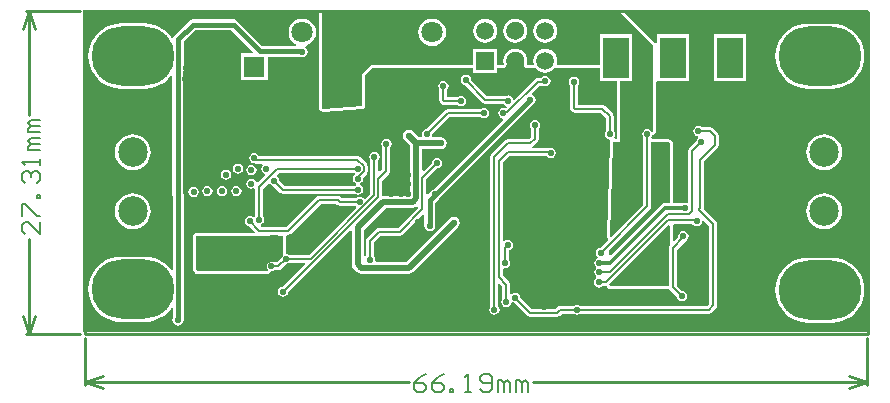
<source format=gbl>
G04*
G04 #@! TF.GenerationSoftware,Altium Limited,Altium Designer,20.2.6 (244)*
G04*
G04 Layer_Physical_Order=4*
G04 Layer_Color=16711680*
%FSLAX24Y24*%
%MOIN*%
G70*
G04*
G04 #@! TF.SameCoordinates,48E18934-7B2A-4FE3-B34A-5092B9B0F61A*
G04*
G04*
G04 #@! TF.FilePolarity,Positive*
G04*
G01*
G75*
%ADD12C,0.0100*%
%ADD23C,0.0060*%
%ADD68C,0.0197*%
%ADD69C,0.0150*%
%ADD70C,0.0126*%
%ADD72C,0.0709*%
%ADD73C,0.0984*%
%ADD74C,0.0591*%
%ADD75R,0.0591X0.0591*%
%ADD76O,0.2756X0.1969*%
%ADD77R,0.0866X0.1378*%
%ADD78C,0.0709*%
%ADD79R,0.0709X0.0709*%
%ADD80C,0.0220*%
G36*
X18950Y9600D02*
Y6747D01*
X18900Y6732D01*
X18873Y6773D01*
X18816Y6810D01*
X18750Y6823D01*
X18684Y6810D01*
X18627Y6773D01*
X18590Y6716D01*
X18577Y6650D01*
X18590Y6584D01*
X18617Y6542D01*
Y5900D01*
Y4305D01*
X17548Y3235D01*
X17502Y3255D01*
X17600Y6400D01*
X17850D01*
Y8411D01*
X18243D01*
Y9989D01*
X17177D01*
Y8950D01*
X15761D01*
X15736Y8986D01*
X15736Y9000D01*
X15749Y9100D01*
X15735Y9203D01*
X15695Y9299D01*
X15632Y9382D01*
X15549Y9445D01*
X15453Y9485D01*
X15350Y9499D01*
X15247Y9485D01*
X15151Y9445D01*
X15068Y9382D01*
X15005Y9299D01*
X14965Y9203D01*
X14951Y9100D01*
X14964Y9000D01*
X14964Y8986D01*
X14939Y8950D01*
X14761D01*
X14736Y8986D01*
X14736Y9000D01*
X14749Y9100D01*
X14735Y9203D01*
X14695Y9299D01*
X14632Y9382D01*
X14549Y9445D01*
X14453Y9485D01*
X14350Y9499D01*
X14247Y9485D01*
X14151Y9445D01*
X14068Y9382D01*
X14005Y9299D01*
X13965Y9203D01*
X13951Y9100D01*
X13964Y9000D01*
X13964Y8986D01*
X13939Y8950D01*
X13745D01*
Y9495D01*
X12955D01*
Y8950D01*
X9550D01*
X9250Y8650D01*
Y7600D01*
X7937Y7503D01*
X7900Y7537D01*
Y10750D01*
X17800D01*
X18950Y9600D01*
D02*
G37*
G36*
X26150Y10750D02*
Y50D01*
X-50D01*
Y10800D01*
X7758D01*
X7798Y10750D01*
Y7537D01*
X7798Y7535D01*
X7798Y7533D01*
X7802Y7515D01*
X7806Y7498D01*
X7807Y7496D01*
X7807Y7494D01*
X7818Y7480D01*
X7828Y7465D01*
X7829Y7464D01*
X7831Y7462D01*
X7867Y7428D01*
X7869Y7427D01*
X7870Y7425D01*
X7886Y7417D01*
X7901Y7407D01*
X7903Y7407D01*
X7905Y7406D01*
X7923Y7404D01*
X7940Y7401D01*
X7942Y7401D01*
X7944Y7401D01*
X9258Y7498D01*
X9273Y7503D01*
X9289Y7506D01*
X9292Y7508D01*
X9296Y7509D01*
X9309Y7519D01*
X9322Y7528D01*
X9324Y7531D01*
X9327Y7533D01*
X9335Y7548D01*
X9344Y7561D01*
X9345Y7565D01*
X9347Y7568D01*
X9349Y7584D01*
X9352Y7600D01*
Y8608D01*
X9592Y8848D01*
X12955D01*
Y8705D01*
X13745D01*
Y8848D01*
X13939D01*
X13949Y8850D01*
X13959D01*
X13968Y8854D01*
X13978Y8856D01*
X13987Y8861D01*
X13996Y8865D01*
X14003Y8872D01*
X14011Y8878D01*
X14017Y8886D01*
X14024Y8893D01*
X14048Y8930D01*
X14051Y8936D01*
X14055Y8941D01*
X14058Y8954D01*
X14064Y8966D01*
Y8973D01*
X14065Y8979D01*
X14066Y8993D01*
X14065Y9003D01*
X14066Y9013D01*
X14054Y9100D01*
X14064Y9177D01*
X14094Y9248D01*
X14141Y9309D01*
X14202Y9356D01*
X14273Y9386D01*
X14350Y9396D01*
X14427Y9386D01*
X14498Y9356D01*
X14559Y9309D01*
X14606Y9248D01*
X14636Y9177D01*
X14646Y9100D01*
X14634Y9013D01*
X14635Y9003D01*
X14634Y8993D01*
X14635Y8979D01*
X14636Y8973D01*
Y8966D01*
X14642Y8954D01*
X14645Y8941D01*
X14649Y8936D01*
X14652Y8930D01*
X14676Y8893D01*
X14683Y8886D01*
X14689Y8878D01*
X14697Y8872D01*
X14704Y8865D01*
X14713Y8861D01*
X14722Y8856D01*
X14732Y8854D01*
X14741Y8850D01*
X14751D01*
X14761Y8848D01*
X14939D01*
X14949Y8850D01*
X14959D01*
X14968Y8854D01*
X14978Y8856D01*
X14987Y8861D01*
X14996Y8865D01*
X15044Y8850D01*
X15068Y8818D01*
X15151Y8755D01*
X15247Y8715D01*
X15350Y8701D01*
X15453Y8715D01*
X15549Y8755D01*
X15632Y8818D01*
X15656Y8850D01*
X15704Y8865D01*
X15713Y8861D01*
X15722Y8856D01*
X15732Y8854D01*
X15741Y8850D01*
X15751D01*
X15761Y8848D01*
X17177D01*
Y8411D01*
X17748D01*
Y6502D01*
X17666D01*
X17639Y6552D01*
X17660Y6584D01*
X17673Y6650D01*
X17660Y6716D01*
X17633Y6758D01*
Y7250D01*
X17622Y7301D01*
X17594Y7344D01*
X17344Y7594D01*
X17301Y7622D01*
X17250Y7633D01*
X16433D01*
Y8292D01*
X16460Y8334D01*
X16473Y8400D01*
X16460Y8466D01*
X16423Y8523D01*
X16366Y8560D01*
X16300Y8573D01*
X16234Y8560D01*
X16177Y8523D01*
X16140Y8466D01*
X16127Y8400D01*
X16140Y8334D01*
X16167Y8292D01*
Y7535D01*
X16178Y7484D01*
X16206Y7441D01*
X16241Y7406D01*
X16284Y7378D01*
X16335Y7367D01*
X17195D01*
X17367Y7195D01*
Y6758D01*
X17340Y6716D01*
X17327Y6650D01*
X17340Y6584D01*
X17377Y6527D01*
X17434Y6490D01*
X17474Y6482D01*
X17497Y6454D01*
X17499Y6452D01*
X17502Y6445D01*
X17504Y6429D01*
X17502Y6421D01*
X17498Y6403D01*
X17400Y3258D01*
X17400Y3257D01*
X17400Y3257D01*
X17403Y3238D01*
X17406Y3219D01*
X17407Y3218D01*
X17407Y3217D01*
X17417Y3201D01*
X17427Y3185D01*
X17428Y3185D01*
X17428Y3184D01*
X17437Y3139D01*
X17433Y3121D01*
X17433Y3120D01*
X17182Y2870D01*
X17134Y2860D01*
X17077Y2823D01*
X17040Y2766D01*
X17027Y2700D01*
X17040Y2634D01*
X17077Y2577D01*
X17098Y2564D01*
X17087Y2511D01*
X17084Y2510D01*
X17027Y2473D01*
X16990Y2416D01*
X16977Y2350D01*
X16990Y2284D01*
X17027Y2227D01*
X17031Y2225D01*
Y2175D01*
X17027Y2173D01*
X16990Y2116D01*
X16977Y2050D01*
X16990Y1984D01*
X17027Y1927D01*
X17053Y1911D01*
X17051Y1851D01*
X17020Y1830D01*
X16982Y1774D01*
X16969Y1708D01*
X16982Y1642D01*
X17020Y1585D01*
X17076Y1548D01*
X17142Y1535D01*
X17208Y1548D01*
X17250Y1575D01*
X17358D01*
X17404Y1585D01*
X17414Y1561D01*
X17436Y1528D01*
X17469Y1506D01*
X17508Y1498D01*
X19467D01*
X19477Y1500D01*
X19478Y1499D01*
X19506Y1456D01*
X19730Y1232D01*
X19740Y1184D01*
X19777Y1127D01*
X19834Y1090D01*
X19900Y1077D01*
X19966Y1090D01*
X20023Y1127D01*
X20060Y1184D01*
X20073Y1250D01*
X20060Y1316D01*
X20023Y1373D01*
X19966Y1410D01*
X19918Y1420D01*
X19733Y1605D01*
Y2802D01*
X20029Y3098D01*
X20073Y3127D01*
X20110Y3184D01*
X20123Y3250D01*
X20110Y3316D01*
X20073Y3373D01*
X20016Y3410D01*
X19950Y3423D01*
X19884Y3410D01*
X19827Y3373D01*
X19790Y3316D01*
X19777Y3250D01*
X19782Y3226D01*
X19648Y3092D01*
X19602Y3111D01*
Y3597D01*
X19598Y3617D01*
X19624Y3660D01*
X19633Y3667D01*
X20251D01*
X20277Y3627D01*
X20334Y3590D01*
X20400Y3577D01*
X20466Y3590D01*
X20523Y3627D01*
X20560Y3684D01*
X20573Y3750D01*
X20569Y3773D01*
X20615Y3798D01*
X20817Y3595D01*
Y1005D01*
X20745Y933D01*
X16508D01*
X16466Y960D01*
X16400Y973D01*
X16334Y960D01*
X16292Y933D01*
X15837D01*
X15786Y922D01*
X15743Y894D01*
X15682Y833D01*
X14905D01*
X14520Y1218D01*
X14510Y1266D01*
X14473Y1323D01*
X14416Y1360D01*
X14350Y1373D01*
X14284Y1360D01*
X14233Y1326D01*
X14209Y1332D01*
X14183Y1345D01*
Y1638D01*
X14172Y1689D01*
X14144Y1732D01*
X13933Y1943D01*
Y2139D01*
X13983Y2180D01*
X14000Y2177D01*
X14066Y2190D01*
X14123Y2227D01*
X14160Y2284D01*
X14173Y2350D01*
X14160Y2416D01*
X14133Y2458D01*
Y2783D01*
X14166Y2790D01*
X14223Y2827D01*
X14260Y2884D01*
X14273Y2950D01*
X14260Y3016D01*
X14223Y3073D01*
X14166Y3110D01*
X14100Y3123D01*
X14034Y3110D01*
X13983Y3076D01*
X13959Y3082D01*
X13933Y3095D01*
Y5695D01*
X14155Y5917D01*
X15392D01*
X15402Y5902D01*
X15459Y5865D01*
X15525Y5852D01*
X15591Y5865D01*
X15648Y5902D01*
X15685Y5959D01*
X15698Y6025D01*
X15685Y6091D01*
X15648Y6148D01*
X15591Y6185D01*
X15525Y6198D01*
X15459Y6185D01*
X15455Y6183D01*
X14917D01*
X14910Y6201D01*
X14908Y6233D01*
X14944Y6256D01*
X15094Y6406D01*
X15122Y6449D01*
X15133Y6500D01*
Y6842D01*
X15160Y6884D01*
X15173Y6950D01*
X15160Y7016D01*
X15123Y7073D01*
X15066Y7110D01*
X15000Y7123D01*
X14934Y7110D01*
X14877Y7073D01*
X14840Y7016D01*
X14827Y6950D01*
X14840Y6884D01*
X14867Y6842D01*
Y6555D01*
X14795Y6483D01*
X14100D01*
X14049Y6472D01*
X14006Y6444D01*
X13556Y5994D01*
X13528Y5951D01*
X13517Y5900D01*
Y908D01*
X13490Y866D01*
X13477Y800D01*
X13490Y734D01*
X13527Y677D01*
X13584Y640D01*
X13650Y627D01*
X13716Y640D01*
X13773Y677D01*
X13810Y734D01*
X13823Y800D01*
X13810Y866D01*
X13783Y908D01*
Y1653D01*
X13829Y1672D01*
X13917Y1583D01*
Y1158D01*
X13890Y1116D01*
X13877Y1050D01*
X13890Y984D01*
X13927Y927D01*
X13984Y890D01*
X14050Y877D01*
X14116Y890D01*
X14173Y927D01*
X14210Y984D01*
X14218Y1024D01*
X14271Y1049D01*
X14284Y1040D01*
X14332Y1030D01*
X14756Y606D01*
X14799Y578D01*
X14850Y567D01*
X15737D01*
X15788Y578D01*
X15831Y606D01*
X15892Y667D01*
X16292D01*
X16334Y640D01*
X16400Y627D01*
X16466Y640D01*
X16508Y667D01*
X20800D01*
X20851Y678D01*
X20894Y706D01*
X21044Y856D01*
X21072Y899D01*
X21083Y950D01*
Y3650D01*
X21072Y3701D01*
X21044Y3744D01*
X20625Y4162D01*
X20633Y4200D01*
Y5745D01*
X21094Y6206D01*
X21122Y6249D01*
X21133Y6300D01*
Y6600D01*
X21122Y6651D01*
X21094Y6694D01*
X20944Y6844D01*
X20901Y6872D01*
X20850Y6883D01*
X20558D01*
X20516Y6910D01*
X20450Y6923D01*
X20384Y6910D01*
X20327Y6873D01*
X20290Y6816D01*
X20277Y6750D01*
X20290Y6684D01*
X20327Y6627D01*
X20384Y6590D01*
X20426Y6582D01*
X20436Y6528D01*
X20427Y6523D01*
X20390Y6466D01*
X20380Y6418D01*
X20156Y6194D01*
X20128Y6151D01*
X20117Y6100D01*
Y4379D01*
X20073Y4355D01*
X20066Y4360D01*
X20000Y4373D01*
X19964Y4366D01*
X19602D01*
Y6350D01*
X19594Y6389D01*
X19572Y6422D01*
X19522Y6472D01*
X19489Y6494D01*
X19450Y6502D01*
X18905D01*
X18889Y6552D01*
X18910Y6584D01*
X18920Y6632D01*
X18920D01*
X18925Y6633D01*
X18930Y6634D01*
X18980Y6649D01*
X18984Y6651D01*
X18989Y6652D01*
X19001Y6661D01*
X19015Y6668D01*
X19018Y6672D01*
X19022Y6675D01*
X19030Y6687D01*
X19040Y6699D01*
X19041Y6703D01*
X19044Y6708D01*
X19047Y6722D01*
X19051Y6737D01*
X19051Y6742D01*
X19052Y6747D01*
Y8367D01*
X19067Y8411D01*
X19102Y8411D01*
X20133D01*
Y9989D01*
X19067D01*
Y9695D01*
X19038Y9680D01*
X19017Y9677D01*
X17940Y10754D01*
X17960Y10800D01*
X26100D01*
X26150Y10750D01*
D02*
G37*
G36*
X19500Y6350D02*
Y4366D01*
X19350D01*
X19350Y4366D01*
X19286Y4354D01*
X19232Y4318D01*
X19232Y4318D01*
X17528Y2613D01*
X17482Y2633D01*
X17487Y2800D01*
X18844Y4156D01*
X18872Y4199D01*
X18883Y4250D01*
Y6400D01*
X19450D01*
X19500Y6350D01*
D02*
G37*
G36*
Y3597D02*
Y2941D01*
X19478Y2907D01*
X19467Y2857D01*
Y1600D01*
X17508D01*
X17487Y1650D01*
X19454Y3616D01*
X19500Y3597D01*
D02*
G37*
%LPC*%
G36*
X15350Y10499D02*
X15247Y10485D01*
X15151Y10445D01*
X15068Y10382D01*
X15005Y10299D01*
X14965Y10203D01*
X14951Y10100D01*
X14965Y9997D01*
X15005Y9901D01*
X15068Y9818D01*
X15151Y9755D01*
X15247Y9715D01*
X15350Y9701D01*
X15453Y9715D01*
X15549Y9755D01*
X15632Y9818D01*
X15695Y9901D01*
X15735Y9997D01*
X15749Y10100D01*
X15735Y10203D01*
X15695Y10299D01*
X15632Y10382D01*
X15549Y10445D01*
X15453Y10485D01*
X15350Y10499D01*
D02*
G37*
G36*
X14350D02*
X14247Y10485D01*
X14151Y10445D01*
X14068Y10382D01*
X14005Y10299D01*
X13965Y10203D01*
X13951Y10100D01*
X13965Y9997D01*
X14005Y9901D01*
X14068Y9818D01*
X14151Y9755D01*
X14247Y9715D01*
X14350Y9701D01*
X14453Y9715D01*
X14549Y9755D01*
X14632Y9818D01*
X14695Y9901D01*
X14735Y9997D01*
X14749Y10100D01*
X14735Y10203D01*
X14695Y10299D01*
X14632Y10382D01*
X14549Y10445D01*
X14453Y10485D01*
X14350Y10499D01*
D02*
G37*
G36*
X13350D02*
X13247Y10485D01*
X13151Y10445D01*
X13068Y10382D01*
X13005Y10299D01*
X12965Y10203D01*
X12951Y10100D01*
X12965Y9997D01*
X13005Y9901D01*
X13068Y9818D01*
X13151Y9755D01*
X13247Y9715D01*
X13350Y9701D01*
X13453Y9715D01*
X13549Y9755D01*
X13632Y9818D01*
X13695Y9901D01*
X13735Y9997D01*
X13749Y10100D01*
X13735Y10203D01*
X13695Y10299D01*
X13632Y10382D01*
X13549Y10445D01*
X13453Y10485D01*
X13350Y10499D01*
D02*
G37*
G36*
X11581Y10504D02*
X11462Y10489D01*
X11351Y10443D01*
X11257Y10370D01*
X11184Y10275D01*
X11138Y10165D01*
X11122Y10046D01*
X11138Y9927D01*
X11184Y9817D01*
X11257Y9722D01*
X11351Y9649D01*
X11462Y9603D01*
X11581Y9588D01*
X11699Y9603D01*
X11810Y9649D01*
X11905Y9722D01*
X11977Y9817D01*
X12023Y9927D01*
X12039Y10046D01*
X12023Y10165D01*
X11977Y10275D01*
X11905Y10370D01*
X11810Y10443D01*
X11699Y10489D01*
X11581Y10504D01*
D02*
G37*
%LPD*%
G36*
X14427Y10386D02*
X14498Y10356D01*
X14559Y10309D01*
X14606Y10248D01*
X14636Y10177D01*
X14646Y10100D01*
X14636Y10023D01*
X14606Y9952D01*
X14559Y9891D01*
X14498Y9844D01*
X14427Y9814D01*
X14350Y9804D01*
X14273Y9814D01*
X14202Y9844D01*
X14141Y9891D01*
X14094Y9952D01*
X14064Y10023D01*
X14054Y10100D01*
X14064Y10177D01*
X14094Y10248D01*
X14141Y10309D01*
X14202Y10356D01*
X14273Y10386D01*
X14350Y10396D01*
X14427Y10386D01*
D02*
G37*
%LPC*%
G36*
X7250Y10504D02*
X7131Y10489D01*
X7021Y10443D01*
X6926Y10370D01*
X6853Y10275D01*
X6807Y10165D01*
X6792Y10046D01*
X6807Y9927D01*
X6853Y9817D01*
X6926Y9722D01*
X7021Y9649D01*
X7040Y9641D01*
X7031Y9591D01*
X5919D01*
X5084Y10426D01*
X5026Y10465D01*
X4958Y10478D01*
X3600D01*
X3532Y10465D01*
X3474Y10426D01*
X3474Y10426D01*
X2987Y9939D01*
X2948Y9881D01*
X2946Y9869D01*
X2893Y9860D01*
X2874Y9891D01*
X2763Y10021D01*
X2633Y10132D01*
X2487Y10221D01*
X2330Y10286D01*
X2164Y10326D01*
X1994Y10340D01*
X1206D01*
X1036Y10326D01*
X870Y10286D01*
X713Y10221D01*
X567Y10132D01*
X437Y10021D01*
X326Y9891D01*
X237Y9746D01*
X172Y9588D01*
X132Y9422D01*
X119Y9252D01*
X132Y9082D01*
X172Y8916D01*
X237Y8758D01*
X326Y8613D01*
X437Y8483D01*
X567Y8372D01*
X713Y8283D01*
X870Y8218D01*
X1036Y8178D01*
X1206Y8164D01*
X1994D01*
X2164Y8178D01*
X2330Y8218D01*
X2487Y8283D01*
X2633Y8372D01*
X2763Y8483D01*
X2872Y8610D01*
X2876Y8610D01*
X2922Y8586D01*
Y4635D01*
X2935Y4570D01*
Y2108D01*
X2886Y2095D01*
X2874Y2116D01*
X2763Y2245D01*
X2633Y2356D01*
X2487Y2445D01*
X2330Y2511D01*
X2164Y2551D01*
X1994Y2564D01*
X1206D01*
X1036Y2551D01*
X870Y2511D01*
X713Y2445D01*
X567Y2356D01*
X437Y2245D01*
X326Y2116D01*
X237Y1970D01*
X172Y1812D01*
X132Y1647D01*
X119Y1476D01*
X132Y1306D01*
X172Y1140D01*
X237Y983D01*
X326Y837D01*
X437Y707D01*
X567Y596D01*
X713Y507D01*
X870Y442D01*
X1036Y402D01*
X1206Y389D01*
X1994D01*
X2164Y402D01*
X2330Y442D01*
X2487Y507D01*
X2633Y596D01*
X2763Y707D01*
X2874Y837D01*
X2886Y858D01*
X2935Y844D01*
Y515D01*
X2922Y450D01*
X2935Y382D01*
X2974Y324D01*
X3032Y285D01*
X3100Y272D01*
X3168Y285D01*
X3226Y324D01*
X3239Y337D01*
X3239Y337D01*
X3278Y395D01*
X3291Y463D01*
Y4622D01*
X3278Y4688D01*
Y8723D01*
X3291Y8788D01*
Y9739D01*
X3674Y10122D01*
X4884D01*
X5605Y9401D01*
X5586Y9354D01*
X5196D01*
Y8446D01*
X6104D01*
Y9234D01*
X7186D01*
X7250Y9222D01*
X7318Y9235D01*
X7376Y9274D01*
X7415Y9332D01*
X7428Y9400D01*
X7415Y9468D01*
X7376Y9526D01*
X7364Y9539D01*
X7347Y9550D01*
X7359Y9602D01*
X7369Y9603D01*
X7479Y9649D01*
X7574Y9722D01*
X7647Y9817D01*
X7693Y9927D01*
X7708Y10046D01*
X7693Y10165D01*
X7647Y10275D01*
X7574Y10370D01*
X7479Y10443D01*
X7369Y10489D01*
X7250Y10504D01*
D02*
G37*
G36*
X22023Y9989D02*
X20957D01*
Y8411D01*
X22023D01*
Y9989D01*
D02*
G37*
G36*
X12700Y8638D02*
X12634Y8625D01*
X12577Y8588D01*
X12540Y8531D01*
X12527Y8465D01*
X12540Y8399D01*
X12577Y8342D01*
X12634Y8305D01*
X12664Y8299D01*
X13256Y7706D01*
X13299Y7678D01*
X13350Y7667D01*
X13970D01*
X13985Y7644D01*
X14042Y7606D01*
X14054Y7604D01*
X14069Y7556D01*
X14026Y7513D01*
X14001D01*
X13950Y7523D01*
X13884Y7510D01*
X13827Y7473D01*
X13790Y7416D01*
X13777Y7350D01*
X13790Y7284D01*
X13827Y7227D01*
X13884Y7190D01*
X13911Y7184D01*
X13928Y7130D01*
X11604Y4806D01*
X11559Y4776D01*
X11521Y4719D01*
X11429Y4627D01*
X11383Y4646D01*
Y5145D01*
X11751Y5513D01*
X11799Y5523D01*
X11855Y5560D01*
X11893Y5617D01*
X11906Y5683D01*
X11893Y5749D01*
X11855Y5805D01*
X11799Y5843D01*
X11733Y5856D01*
X11667Y5843D01*
X11610Y5805D01*
X11573Y5749D01*
X11563Y5701D01*
X11299Y5436D01*
X11252Y5455D01*
Y6148D01*
X11865D01*
X11943Y6163D01*
X12008Y6207D01*
X12052Y6273D01*
X12068Y6350D01*
X12052Y6427D01*
X12008Y6493D01*
X11943Y6537D01*
X11865Y6552D01*
X11595D01*
X11564Y6602D01*
X11570Y6632D01*
X12155Y7217D01*
X13192D01*
X13234Y7190D01*
X13300Y7177D01*
X13366Y7190D01*
X13423Y7227D01*
X13460Y7284D01*
X13473Y7350D01*
X13460Y7416D01*
X13423Y7473D01*
X13366Y7510D01*
X13300Y7523D01*
X13234Y7510D01*
X13192Y7483D01*
X12100D01*
X12049Y7472D01*
X12006Y7444D01*
X11382Y6820D01*
X11334Y6810D01*
X11277Y6773D01*
X11240Y6716D01*
X11227Y6650D01*
X11236Y6602D01*
X11205Y6552D01*
X11140D01*
X10949Y6743D01*
X10884Y6787D01*
X10806Y6802D01*
X10800D01*
X10723Y6787D01*
X10657Y6743D01*
X10613Y6677D01*
X10598Y6600D01*
X10613Y6523D01*
X10657Y6457D01*
X10676Y6444D01*
X10848Y6272D01*
Y4602D01*
X9950D01*
X9941Y4601D01*
X9903Y4632D01*
Y5098D01*
X10144Y5339D01*
X10172Y5382D01*
X10183Y5433D01*
Y6224D01*
X10210Y6265D01*
X10223Y6332D01*
X10210Y6398D01*
X10173Y6454D01*
X10116Y6492D01*
X10050Y6505D01*
X9984Y6492D01*
X9927Y6454D01*
X9890Y6398D01*
X9877Y6332D01*
X9890Y6265D01*
X9917Y6224D01*
Y5488D01*
X9829Y5399D01*
X9783Y5418D01*
Y5792D01*
X9810Y5834D01*
X9823Y5900D01*
X9810Y5966D01*
X9773Y6023D01*
X9716Y6060D01*
X9650Y6073D01*
X9584Y6060D01*
X9527Y6023D01*
X9490Y5966D01*
X9477Y5900D01*
X9490Y5834D01*
X9517Y5792D01*
Y4664D01*
X9355Y4501D01*
X9290Y4508D01*
X9280Y4523D01*
X9224Y4560D01*
X9158Y4573D01*
X9092Y4560D01*
X9050Y4533D01*
X8545D01*
X8526Y4552D01*
X8483Y4580D01*
X8432Y4590D01*
X7808D01*
X7757Y4580D01*
X7714Y4552D01*
X6724Y3562D01*
X5886D01*
X5861Y3591D01*
X5867Y3638D01*
X5868Y3641D01*
X5923Y3677D01*
X5960Y3734D01*
X5973Y3800D01*
X5960Y3866D01*
X5933Y3908D01*
Y4828D01*
X6103Y4999D01*
X6168Y4992D01*
X6177Y4977D01*
X6234Y4940D01*
X6282Y4930D01*
X6506Y4706D01*
X6549Y4678D01*
X6600Y4667D01*
X8992D01*
X9034Y4640D01*
X9100Y4627D01*
X9166Y4640D01*
X9223Y4677D01*
X9260Y4734D01*
X9273Y4800D01*
X9260Y4866D01*
X9223Y4923D01*
X9171Y4957D01*
X9169Y4976D01*
X9176Y5009D01*
X9177Y5009D01*
X9233Y5047D01*
X9270Y5103D01*
X9284Y5169D01*
X9276Y5206D01*
X9394Y5323D01*
X9422Y5366D01*
X9433Y5417D01*
Y5583D01*
X9422Y5634D01*
X9394Y5677D01*
X9177Y5894D01*
X9134Y5922D01*
X9083Y5933D01*
X5799D01*
X5773Y5973D01*
X5716Y6010D01*
X5650Y6023D01*
X5584Y6010D01*
X5527Y5973D01*
X5490Y5916D01*
X5477Y5850D01*
X5490Y5784D01*
X5527Y5727D01*
X5584Y5690D01*
X5650Y5677D01*
X5652Y5677D01*
X5700Y5667D01*
X5905D01*
X5918Y5641D01*
X5924Y5617D01*
X5890Y5566D01*
X5877Y5500D01*
X5890Y5434D01*
X5927Y5377D01*
X5984Y5340D01*
X5996Y5337D01*
X6013Y5283D01*
X5767Y5037D01*
X5713Y5054D01*
X5710Y5066D01*
X5673Y5123D01*
X5616Y5160D01*
X5550Y5173D01*
X5484Y5160D01*
X5427Y5123D01*
X5390Y5066D01*
X5377Y5000D01*
X5390Y4934D01*
X5427Y4877D01*
X5484Y4840D01*
X5550Y4827D01*
X5616Y4840D01*
X5623Y4845D01*
X5667Y4821D01*
Y3908D01*
X5663Y3901D01*
X5658Y3898D01*
X5597Y3889D01*
X5566Y3910D01*
X5500Y3923D01*
X5434Y3910D01*
X5377Y3873D01*
X5340Y3816D01*
X5327Y3750D01*
X5340Y3684D01*
X5377Y3627D01*
X5434Y3590D01*
X5482Y3580D01*
X5664Y3398D01*
X5645Y3352D01*
X3700D01*
X3661Y3344D01*
X3628Y3322D01*
X3606Y3289D01*
X3598Y3250D01*
Y2150D01*
X3606Y2111D01*
X3628Y2078D01*
X3678Y2028D01*
X3711Y2006D01*
X3750Y1998D01*
X6101D01*
X6105Y1999D01*
X6110Y1999D01*
X6125Y2003D01*
X6140Y2006D01*
X6144Y2009D01*
X6149Y2010D01*
X6160Y2020D01*
X6173Y2028D01*
X6175Y2032D01*
X6179Y2035D01*
X6186Y2049D01*
X6195Y2061D01*
X6198Y2069D01*
X6198Y2070D01*
X6200Y2076D01*
X6200Y2077D01*
X6266Y2090D01*
X6308Y2117D01*
X6450D01*
X6501Y2128D01*
X6544Y2156D01*
X6718Y2330D01*
X6766Y2340D01*
X6808Y2367D01*
X7325D01*
X7344Y2321D01*
X6593Y1570D01*
X6544Y1560D01*
X6488Y1523D01*
X6450Y1466D01*
X6437Y1400D01*
X6450Y1334D01*
X6488Y1277D01*
X6544Y1240D01*
X6610Y1227D01*
X6677Y1240D01*
X6733Y1277D01*
X6771Y1334D01*
X6780Y1382D01*
X8851Y3454D01*
X8898Y3434D01*
Y2315D01*
X8913Y2238D01*
X8957Y2172D01*
X9072Y2057D01*
X9138Y2013D01*
X9215Y1998D01*
X10800D01*
X10877Y2013D01*
X10943Y2057D01*
X12443Y3557D01*
X12487Y3623D01*
X12502Y3700D01*
X12487Y3777D01*
X12443Y3843D01*
X12377Y3887D01*
X12300Y3902D01*
X12223Y3887D01*
X12157Y3843D01*
X10716Y2402D01*
X9700D01*
X9668Y2441D01*
X9673Y2468D01*
X9660Y2535D01*
X9633Y2576D01*
Y3045D01*
X9855Y3267D01*
X10500D01*
X10551Y3278D01*
X10594Y3306D01*
X11275Y3988D01*
X11322Y3969D01*
Y3600D01*
X11335Y3532D01*
X11374Y3474D01*
X11432Y3435D01*
X11500Y3422D01*
X11568Y3435D01*
X11626Y3474D01*
X11665Y3532D01*
X11678Y3600D01*
Y4372D01*
X11811Y4505D01*
X11811Y4505D01*
X11822Y4521D01*
X11826Y4524D01*
X14976Y7674D01*
X15015Y7732D01*
X15028Y7800D01*
X15015Y7868D01*
X14976Y7926D01*
X14921Y7963D01*
X14914Y7971D01*
X14901Y8013D01*
X15155Y8267D01*
X15268D01*
X15287Y8255D01*
X15353Y8241D01*
X15419Y8255D01*
X15476Y8292D01*
X15513Y8348D01*
X15526Y8415D01*
X15513Y8481D01*
X15476Y8537D01*
X15419Y8575D01*
X15353Y8588D01*
X15287Y8575D01*
X15231Y8537D01*
X15227Y8533D01*
X15100D01*
X15100Y8533D01*
X15049Y8522D01*
X15006Y8494D01*
X14318Y7806D01*
X14271Y7820D01*
X14268Y7833D01*
X14230Y7889D01*
X14174Y7927D01*
X14108Y7940D01*
X14071Y7933D01*
X13405D01*
X12873Y8464D01*
X12873Y8465D01*
X12860Y8531D01*
X12823Y8588D01*
X12766Y8625D01*
X12700Y8638D01*
D02*
G37*
G36*
X24894Y10338D02*
X24106D01*
X23936Y10324D01*
X23770Y10284D01*
X23613Y10219D01*
X23467Y10130D01*
X23337Y10019D01*
X23226Y9889D01*
X23137Y9744D01*
X23072Y9586D01*
X23032Y9420D01*
X23019Y9250D01*
X23032Y9080D01*
X23072Y8914D01*
X23137Y8756D01*
X23226Y8611D01*
X23337Y8481D01*
X23467Y8370D01*
X23613Y8281D01*
X23770Y8216D01*
X23936Y8176D01*
X24106Y8162D01*
X24894D01*
X25064Y8176D01*
X25230Y8216D01*
X25387Y8281D01*
X25533Y8370D01*
X25663Y8481D01*
X25774Y8611D01*
X25863Y8756D01*
X25928Y8914D01*
X25968Y9080D01*
X25981Y9250D01*
X25968Y9420D01*
X25928Y9586D01*
X25863Y9744D01*
X25774Y9889D01*
X25663Y10019D01*
X25533Y10130D01*
X25387Y10219D01*
X25230Y10284D01*
X25064Y10324D01*
X24894Y10338D01*
D02*
G37*
G36*
X11950Y8423D02*
X11884Y8410D01*
X11827Y8373D01*
X11790Y8316D01*
X11777Y8250D01*
X11790Y8184D01*
X11817Y8142D01*
Y7782D01*
X11828Y7732D01*
X11856Y7689D01*
X11891Y7653D01*
X11934Y7625D01*
X11985Y7615D01*
X12427D01*
X12468Y7587D01*
X12535Y7574D01*
X12601Y7587D01*
X12657Y7625D01*
X12695Y7681D01*
X12708Y7747D01*
X12695Y7814D01*
X12657Y7870D01*
X12601Y7907D01*
X12535Y7921D01*
X12468Y7907D01*
X12427Y7880D01*
X12083D01*
Y8142D01*
X12110Y8184D01*
X12123Y8250D01*
X12110Y8316D01*
X12073Y8373D01*
X12016Y8410D01*
X11950Y8423D01*
D02*
G37*
G36*
X24650Y6643D02*
X24534Y6632D01*
X24422Y6598D01*
X24319Y6543D01*
X24229Y6469D01*
X24155Y6379D01*
X24100Y6276D01*
X24066Y6165D01*
X24055Y6048D01*
X24066Y5932D01*
X24100Y5821D01*
X24155Y5718D01*
X24229Y5628D01*
X24319Y5554D01*
X24422Y5499D01*
X24534Y5465D01*
X24650Y5453D01*
X24766Y5465D01*
X24878Y5499D01*
X24980Y5554D01*
X25071Y5628D01*
X25145Y5718D01*
X25200Y5821D01*
X25233Y5932D01*
X25245Y6048D01*
X25233Y6165D01*
X25200Y6276D01*
X25145Y6379D01*
X25071Y6469D01*
X24980Y6543D01*
X24878Y6598D01*
X24766Y6632D01*
X24650Y6643D01*
D02*
G37*
G36*
X1600D02*
X1484Y6632D01*
X1372Y6598D01*
X1269Y6543D01*
X1179Y6469D01*
X1105Y6379D01*
X1050Y6276D01*
X1016Y6165D01*
X1005Y6048D01*
X1016Y5932D01*
X1050Y5821D01*
X1105Y5718D01*
X1179Y5628D01*
X1269Y5554D01*
X1372Y5499D01*
X1484Y5465D01*
X1600Y5453D01*
X1716Y5465D01*
X1828Y5499D01*
X1930Y5554D01*
X2021Y5628D01*
X2095Y5718D01*
X2150Y5821D01*
X2183Y5932D01*
X2195Y6048D01*
X2183Y6165D01*
X2150Y6276D01*
X2095Y6379D01*
X2021Y6469D01*
X1930Y6543D01*
X1828Y6598D01*
X1716Y6632D01*
X1600Y6643D01*
D02*
G37*
G36*
X5100Y5673D02*
X5034Y5660D01*
X4977Y5623D01*
X4940Y5566D01*
X4927Y5500D01*
X4940Y5434D01*
X4977Y5377D01*
X5034Y5340D01*
X5100Y5327D01*
X5166Y5340D01*
X5223Y5377D01*
X5260Y5434D01*
X5273Y5500D01*
X5260Y5566D01*
X5223Y5623D01*
X5166Y5660D01*
X5100Y5673D01*
D02*
G37*
G36*
X5550Y5623D02*
X5484Y5610D01*
X5427Y5573D01*
X5390Y5516D01*
X5377Y5450D01*
X5390Y5384D01*
X5427Y5327D01*
X5484Y5290D01*
X5550Y5277D01*
X5616Y5290D01*
X5673Y5327D01*
X5710Y5384D01*
X5723Y5450D01*
X5710Y5516D01*
X5673Y5573D01*
X5616Y5610D01*
X5550Y5623D01*
D02*
G37*
G36*
X4700Y5473D02*
X4634Y5460D01*
X4577Y5423D01*
X4540Y5366D01*
X4527Y5300D01*
X4540Y5234D01*
X4577Y5177D01*
X4634Y5140D01*
X4700Y5127D01*
X4766Y5140D01*
X4823Y5177D01*
X4860Y5234D01*
X4873Y5300D01*
X4860Y5366D01*
X4823Y5423D01*
X4766Y5460D01*
X4700Y5473D01*
D02*
G37*
G36*
X5050Y4923D02*
X4984Y4910D01*
X4927Y4873D01*
X4890Y4816D01*
X4877Y4750D01*
X4890Y4684D01*
X4927Y4627D01*
X4984Y4590D01*
X5050Y4577D01*
X5116Y4590D01*
X5173Y4627D01*
X5210Y4684D01*
X5223Y4750D01*
X5210Y4816D01*
X5173Y4873D01*
X5116Y4910D01*
X5050Y4923D01*
D02*
G37*
G36*
X4567D02*
X4500Y4910D01*
X4444Y4873D01*
X4407Y4816D01*
X4393Y4750D01*
X4407Y4684D01*
X4444Y4627D01*
X4500Y4590D01*
X4567Y4577D01*
X4633Y4590D01*
X4689Y4627D01*
X4727Y4684D01*
X4740Y4750D01*
X4727Y4816D01*
X4689Y4873D01*
X4633Y4910D01*
X4567Y4923D01*
D02*
G37*
G36*
X4083D02*
X4017Y4910D01*
X3961Y4873D01*
X3923Y4816D01*
X3910Y4750D01*
X3923Y4684D01*
X3961Y4627D01*
X4017Y4590D01*
X4083Y4577D01*
X4150Y4590D01*
X4206Y4627D01*
X4243Y4684D01*
X4257Y4750D01*
X4243Y4816D01*
X4206Y4873D01*
X4150Y4910D01*
X4083Y4923D01*
D02*
G37*
G36*
X3623Y4900D02*
X3557Y4887D01*
X3501Y4849D01*
X3463Y4793D01*
X3450Y4727D01*
X3463Y4660D01*
X3501Y4604D01*
X3557Y4567D01*
X3623Y4553D01*
X3690Y4567D01*
X3746Y4604D01*
X3783Y4660D01*
X3797Y4727D01*
X3783Y4793D01*
X3746Y4849D01*
X3690Y4887D01*
X3623Y4900D01*
D02*
G37*
G36*
X24650Y4675D02*
X24534Y4664D01*
X24422Y4630D01*
X24319Y4575D01*
X24229Y4501D01*
X24155Y4411D01*
X24100Y4308D01*
X24066Y4196D01*
X24055Y4080D01*
X24066Y3964D01*
X24100Y3852D01*
X24155Y3749D01*
X24229Y3659D01*
X24319Y3585D01*
X24422Y3530D01*
X24534Y3496D01*
X24650Y3485D01*
X24766Y3496D01*
X24878Y3530D01*
X24980Y3585D01*
X25071Y3659D01*
X25145Y3749D01*
X25200Y3852D01*
X25233Y3964D01*
X25245Y4080D01*
X25233Y4196D01*
X25200Y4308D01*
X25145Y4411D01*
X25071Y4501D01*
X24980Y4575D01*
X24878Y4630D01*
X24766Y4664D01*
X24650Y4675D01*
D02*
G37*
G36*
X1600D02*
X1484Y4664D01*
X1372Y4630D01*
X1269Y4575D01*
X1179Y4501D01*
X1105Y4411D01*
X1050Y4308D01*
X1016Y4196D01*
X1005Y4080D01*
X1016Y3964D01*
X1050Y3852D01*
X1105Y3749D01*
X1179Y3659D01*
X1269Y3585D01*
X1372Y3530D01*
X1484Y3496D01*
X1600Y3485D01*
X1716Y3496D01*
X1828Y3530D01*
X1930Y3585D01*
X2021Y3659D01*
X2095Y3749D01*
X2150Y3852D01*
X2183Y3964D01*
X2195Y4080D01*
X2183Y4196D01*
X2150Y4308D01*
X2095Y4411D01*
X2021Y4501D01*
X1930Y4575D01*
X1828Y4630D01*
X1716Y4664D01*
X1600Y4675D01*
D02*
G37*
G36*
X24894Y2538D02*
X24106D01*
X23936Y2524D01*
X23770Y2484D01*
X23613Y2419D01*
X23467Y2330D01*
X23337Y2219D01*
X23226Y2089D01*
X23137Y1944D01*
X23072Y1786D01*
X23032Y1620D01*
X23019Y1450D01*
X23032Y1280D01*
X23072Y1114D01*
X23137Y956D01*
X23226Y811D01*
X23337Y681D01*
X23467Y570D01*
X23613Y481D01*
X23770Y416D01*
X23936Y376D01*
X24106Y362D01*
X24894D01*
X25064Y376D01*
X25230Y416D01*
X25387Y481D01*
X25533Y570D01*
X25663Y681D01*
X25774Y811D01*
X25863Y956D01*
X25928Y1114D01*
X25968Y1280D01*
X25981Y1450D01*
X25968Y1620D01*
X25928Y1786D01*
X25863Y1944D01*
X25774Y2089D01*
X25663Y2219D01*
X25533Y2330D01*
X25387Y2419D01*
X25230Y2484D01*
X25064Y2524D01*
X24894Y2538D01*
D02*
G37*
%LPD*%
G36*
X8993Y5367D02*
X9017Y5321D01*
X9004Y5303D01*
X8988Y5292D01*
X8950Y5236D01*
X8937Y5169D01*
X8950Y5103D01*
X8988Y5047D01*
X9039Y5012D01*
X9041Y4994D01*
X9034Y4960D01*
X9034Y4960D01*
X8992Y4933D01*
X6655D01*
X6470Y5118D01*
X6460Y5166D01*
X6423Y5223D01*
X6408Y5232D01*
X6401Y5297D01*
X6472Y5367D01*
X8992D01*
X8993Y5367D01*
D02*
G37*
G36*
X8396Y4306D02*
X8439Y4278D01*
X8490Y4267D01*
X9050D01*
X9050Y4267D01*
X9056Y4203D01*
X7486Y2633D01*
X6808D01*
X6766Y2660D01*
X6702Y2673D01*
Y3250D01*
X6723Y3282D01*
X6735Y3292D01*
X6744Y3297D01*
X6779D01*
X6830Y3307D01*
X6873Y3335D01*
X7863Y4325D01*
X8377D01*
X8396Y4306D01*
D02*
G37*
G36*
X11095Y4208D02*
X11099Y4187D01*
X10445Y3533D01*
X9800D01*
X9749Y3522D01*
X9706Y3494D01*
X9406Y3194D01*
X9378Y3151D01*
X9367Y3100D01*
Y2601D01*
X9352Y2588D01*
X9302Y2610D01*
Y3466D01*
X10034Y4198D01*
X10935D01*
X11012Y4213D01*
X11040Y4232D01*
X11095Y4208D01*
D02*
G37*
G36*
X6600Y3250D02*
Y2587D01*
X6395Y2383D01*
X6200D01*
X6149Y2372D01*
X6106Y2344D01*
X6078Y2301D01*
X6067Y2250D01*
X6078Y2199D01*
X6106Y2156D01*
X6116Y2150D01*
X6101Y2100D01*
X3750D01*
X3700Y2150D01*
Y3250D01*
X6200D01*
X6247Y3297D01*
X6274D01*
X6600Y3250D01*
D02*
G37*
D12*
X26100Y0D02*
Y10728D01*
X0Y10750D02*
X26059D01*
X0Y0D02*
Y10728D01*
Y0D02*
X26059D01*
X-2050Y600D02*
X-1850Y0D01*
X-1650Y600D01*
X-1850Y10750D02*
X-1650Y10150D01*
X-2050D02*
X-1850Y10750D01*
Y0D02*
Y3156D01*
Y7274D02*
Y10750D01*
X-1950Y0D02*
X-150D01*
X-1950Y10750D02*
X-150D01*
X0Y-1600D02*
X600Y-1400D01*
X0Y-1600D02*
X600Y-1800D01*
X25459D02*
X26059Y-1600D01*
X25459Y-1400D02*
X26059Y-1600D01*
X0D02*
X10810D01*
X14929D02*
X26059D01*
X0Y-1700D02*
Y-150D01*
X26059Y-1700D02*
Y-150D01*
D23*
X19600Y1550D02*
X19900Y1250D01*
X19600Y2857D02*
X19950Y3207D01*
X19600Y1550D02*
Y2857D01*
X19950Y3207D02*
Y3250D01*
X6610Y1400D02*
X9770Y4560D01*
X6200Y2250D02*
X6450D01*
X6700Y2500D01*
X17200Y2700D02*
X18750Y4250D01*
Y6650D01*
X15525Y6025D02*
X15550Y6000D01*
X11250Y4150D02*
Y5200D01*
X11733Y5683D01*
X10500Y3400D02*
X11250Y4150D01*
X9770Y4560D02*
Y5153D01*
X7541Y2500D02*
X9650Y4609D01*
X6700Y2500D02*
X7541D01*
X8490Y4400D02*
X9158D01*
X9650Y4609D02*
Y5900D01*
X9500Y2468D02*
Y3100D01*
X9800Y3400D01*
X10500D01*
X10050Y5433D02*
Y6332D01*
X12100Y7350D02*
X13300D01*
X11400Y6650D02*
X12100Y7350D01*
X16300Y7535D02*
Y8400D01*
Y7535D02*
X16335Y7500D01*
X17250D01*
X17500Y7250D01*
Y6650D02*
Y7250D01*
X13350Y7800D02*
X14074D01*
X14108Y7767D01*
X12700Y8450D02*
X13350Y7800D01*
X12700Y8450D02*
Y8465D01*
X15100Y8400D02*
X15338D01*
X15353Y8415D01*
X14081Y7381D02*
X15100Y8400D01*
X13981Y7381D02*
X14081D01*
X13950Y7350D02*
X13981Y7381D01*
X11950Y7782D02*
Y8250D01*
Y7782D02*
X11985Y7747D01*
X12535D01*
X16400Y800D02*
X20800D01*
X20950Y950D01*
X20475Y4175D02*
X20500Y4200D01*
X20475Y4125D02*
Y4175D01*
Y4125D02*
X20950Y3650D01*
Y950D02*
Y3650D01*
X20500Y4200D02*
Y5800D01*
X20350Y3800D02*
X20400Y3750D01*
X19450Y3800D02*
X20350D01*
X21000Y6300D02*
Y6600D01*
X20500Y5800D02*
X21000Y6300D01*
X20450Y6750D02*
X20850D01*
X21000Y6600D01*
X20250Y6100D02*
X20550Y6400D01*
X15837Y800D02*
X16400D01*
X15737Y700D02*
X15837Y800D01*
X14850Y700D02*
X15737D01*
X14350Y1200D02*
X14850Y700D01*
X15000Y6500D02*
Y6950D01*
X14100Y6350D02*
X14850D01*
X15000Y6500D01*
X13650Y800D02*
Y5900D01*
X14100Y6350D01*
X13800Y1888D02*
Y5750D01*
X14100Y6050D02*
X15500D01*
X13800Y5750D02*
X14100Y6050D01*
X13800Y1888D02*
X14050Y1638D01*
X14000Y2850D02*
X14100Y2950D01*
X14000Y2350D02*
Y2850D01*
X14050Y1050D02*
Y1638D01*
X15500Y6050D02*
X15525Y6025D01*
X17142Y1708D02*
X17358D01*
X19450Y3800D01*
X20250Y4100D02*
Y6100D01*
X20138Y3988D02*
X20250Y4100D01*
X19441Y3988D02*
X20138D01*
X17504Y2050D02*
X19441Y3988D01*
X17150Y2050D02*
X17504D01*
X9110Y5227D02*
X9300Y5417D01*
X9110Y5169D02*
Y5227D01*
X5700Y5800D02*
X9083D01*
X9300Y5583D01*
Y5417D02*
Y5583D01*
X9770Y5153D02*
X10050Y5433D01*
X7808Y4458D02*
X8432D01*
X8490Y4400D01*
X6417Y5500D02*
X9100D01*
X6600Y4800D02*
X9100D01*
X6300Y5100D02*
X6600Y4800D01*
X6779Y3429D02*
X7808Y4458D01*
X5650Y5850D02*
X5700Y5800D01*
X5800Y4883D02*
X6417Y5500D01*
X5800Y3800D02*
Y4883D01*
X5821Y3429D02*
X6779D01*
X5500Y3750D02*
X5821Y3429D01*
X-1490Y3715D02*
Y3316D01*
X-1890Y3715D01*
X-1990D01*
X-2090Y3616D01*
Y3416D01*
X-1990Y3316D01*
X-2090Y3915D02*
Y4315D01*
X-1990D01*
X-1590Y3915D01*
X-1490D01*
Y4515D02*
X-1590D01*
Y4615D01*
X-1490D01*
Y4515D01*
X-1990Y5015D02*
X-2090Y5115D01*
Y5315D01*
X-1990Y5415D01*
X-1890D01*
X-1790Y5315D01*
Y5215D01*
Y5315D01*
X-1690Y5415D01*
X-1590D01*
X-1490Y5315D01*
Y5115D01*
X-1590Y5015D01*
X-1490Y5615D02*
Y5815D01*
Y5715D01*
X-2090D01*
X-1990Y5615D01*
X-1490Y6115D02*
X-1890D01*
Y6215D01*
X-1790Y6315D01*
X-1490D01*
X-1790D01*
X-1890Y6415D01*
X-1790Y6515D01*
X-1490D01*
Y6715D02*
X-1890D01*
Y6814D01*
X-1790Y6914D01*
X-1490D01*
X-1790D01*
X-1890Y7014D01*
X-1790Y7114D01*
X-1490D01*
X11370Y-1360D02*
X11170Y-1460D01*
X10970Y-1660D01*
Y-1860D01*
X11070Y-1960D01*
X11270D01*
X11370Y-1860D01*
Y-1760D01*
X11270Y-1660D01*
X10970D01*
X11970Y-1360D02*
X11770Y-1460D01*
X11570Y-1660D01*
Y-1860D01*
X11670Y-1960D01*
X11870D01*
X11970Y-1860D01*
Y-1760D01*
X11870Y-1660D01*
X11570D01*
X12170Y-1960D02*
Y-1860D01*
X12270D01*
Y-1960D01*
X12170D01*
X12670D02*
X12870D01*
X12770D01*
Y-1360D01*
X12670Y-1460D01*
X13169Y-1860D02*
X13269Y-1960D01*
X13469D01*
X13569Y-1860D01*
Y-1460D01*
X13469Y-1360D01*
X13269D01*
X13169Y-1460D01*
Y-1560D01*
X13269Y-1660D01*
X13569D01*
X13769Y-1960D02*
Y-1560D01*
X13869D01*
X13969Y-1660D01*
Y-1960D01*
Y-1660D01*
X14069Y-1560D01*
X14169Y-1660D01*
Y-1960D01*
X14369D02*
Y-1560D01*
X14469D01*
X14569Y-1660D01*
Y-1960D01*
Y-1660D01*
X14669Y-1560D01*
X14769Y-1660D01*
Y-1960D01*
D68*
X10800Y6600D02*
X10806D01*
X11056Y6350D01*
X9950Y4400D02*
X10935D01*
X11050Y4515D01*
Y6344D01*
X11056Y6350D01*
X9215Y2200D02*
X10800D01*
X9100Y2315D02*
X9215Y2200D01*
X9100Y2315D02*
Y3550D01*
X9950Y4400D01*
X10800Y2200D02*
X12300Y3700D01*
X11056Y6350D02*
X11865D01*
D69*
X5845Y9413D02*
X7237D01*
X7250Y9400D01*
X3600Y10300D02*
X4958D01*
X5845Y9413D01*
X3100Y4635D02*
X3113Y4622D01*
X3100Y450D02*
X3113Y463D01*
X3100Y4635D02*
Y8775D01*
X3113Y8788D01*
Y9813D02*
X3600Y10300D01*
X3113Y463D02*
Y4622D01*
Y8788D02*
Y9813D01*
X11500Y3600D02*
Y4446D01*
X11685Y4631D01*
Y4650D01*
X11700D01*
X14850Y7800D01*
D70*
X19350Y4200D02*
X20000D01*
X17150Y2350D02*
X17500D01*
X19350Y4200D01*
D72*
X7250Y10046D02*
D03*
X11581D02*
D03*
D73*
X10368Y8046D02*
D03*
X8400D02*
D03*
X1600Y6048D02*
D03*
Y4080D02*
D03*
X24650Y6048D02*
D03*
Y4080D02*
D03*
D74*
X15350Y10100D02*
D03*
Y9100D02*
D03*
X14350Y10100D02*
D03*
Y9100D02*
D03*
X13350Y10100D02*
D03*
D75*
Y9100D02*
D03*
D76*
X1600Y1476D02*
D03*
Y9252D02*
D03*
X24500Y9250D02*
D03*
Y1450D02*
D03*
D77*
X21490Y9200D02*
D03*
X19600D02*
D03*
X17710D02*
D03*
D78*
X4272Y8900D02*
D03*
D79*
X5650D02*
D03*
D80*
X7250Y9400D02*
D03*
X3358Y8850D02*
D03*
X3345Y8500D02*
D03*
X3623Y4727D02*
D03*
X3100Y450D02*
D03*
X6610Y1400D02*
D03*
X4550Y1500D02*
D03*
X4100D02*
D03*
X3600Y1550D02*
D03*
X5100Y6900D02*
D03*
X6300Y5100D02*
D03*
X5500Y3750D02*
D03*
X5100Y5500D02*
D03*
X6050D02*
D03*
X6000Y2500D02*
D03*
Y3000D02*
D03*
X5500Y2450D02*
D03*
X5550Y3100D02*
D03*
X4700Y5300D02*
D03*
X5550Y5000D02*
D03*
Y5450D02*
D03*
X6250Y3200D02*
D03*
Y2750D02*
D03*
X10800Y6600D02*
D03*
X11000Y7150D02*
D03*
X3800Y2800D02*
D03*
X6200Y2250D02*
D03*
X10782Y4668D02*
D03*
X9100Y5500D02*
D03*
X10200Y4975D02*
D03*
X10782Y5300D02*
D03*
X10525Y4668D02*
D03*
X11116Y3734D02*
D03*
X9158Y4400D02*
D03*
X9650Y5900D02*
D03*
X10782Y4975D02*
D03*
X10450Y6300D02*
D03*
X11400Y6650D02*
D03*
X10525Y5300D02*
D03*
X10200Y4668D02*
D03*
X10050Y6332D02*
D03*
X11685Y4650D02*
D03*
X9100Y4800D02*
D03*
X9110Y5169D02*
D03*
X18400Y4400D02*
D03*
X18100Y6250D02*
D03*
X18450Y6100D02*
D03*
X18750Y6650D02*
D03*
X15525Y6025D02*
D03*
X9500Y2468D02*
D03*
X12300Y3700D02*
D03*
X11500Y3600D02*
D03*
X11733Y5683D02*
D03*
X11865Y6350D02*
D03*
X12950Y7100D02*
D03*
X13300Y7350D02*
D03*
X16000Y7600D02*
D03*
X16650Y6750D02*
D03*
X16000Y6850D02*
D03*
X10950Y500D02*
D03*
X14108Y7767D02*
D03*
X14850Y7800D02*
D03*
X12700Y8465D02*
D03*
X16300Y8400D02*
D03*
X15353Y8415D02*
D03*
X14150Y8400D02*
D03*
X14500D02*
D03*
X11950Y8250D02*
D03*
X12535Y7747D02*
D03*
X13950Y7350D02*
D03*
X17500Y6650D02*
D03*
X20400Y3750D02*
D03*
X20550Y6400D02*
D03*
X20450Y6750D02*
D03*
X14350Y1200D02*
D03*
X15300Y900D02*
D03*
X16400Y800D02*
D03*
X21350Y450D02*
D03*
X15000Y6950D02*
D03*
X14000Y2350D02*
D03*
X14100Y2950D02*
D03*
X13650Y800D02*
D03*
X14050Y1050D02*
D03*
X19950Y3250D02*
D03*
X19900Y1250D02*
D03*
X17051Y4814D02*
D03*
X17142Y1708D02*
D03*
X16498Y2002D02*
D03*
X20000Y4200D02*
D03*
X17150Y2050D02*
D03*
Y2350D02*
D03*
X17200Y2700D02*
D03*
X14900Y3500D02*
D03*
X6700Y2500D02*
D03*
X5650Y5850D02*
D03*
X5800Y3800D02*
D03*
X10550Y7150D02*
D03*
X10200D02*
D03*
X9800D02*
D03*
X4600Y2800D02*
D03*
X5000D02*
D03*
X4200D02*
D03*
X5050Y4750D02*
D03*
X4567D02*
D03*
X4083D02*
D03*
X15500Y1900D02*
D03*
X15200D02*
D03*
X14900D02*
D03*
Y2200D02*
D03*
X15200D02*
D03*
X15500D02*
D03*
Y2500D02*
D03*
X15200D02*
D03*
X14900D02*
D03*
X4550Y6950D02*
D03*
X4100D02*
D03*
M02*

</source>
